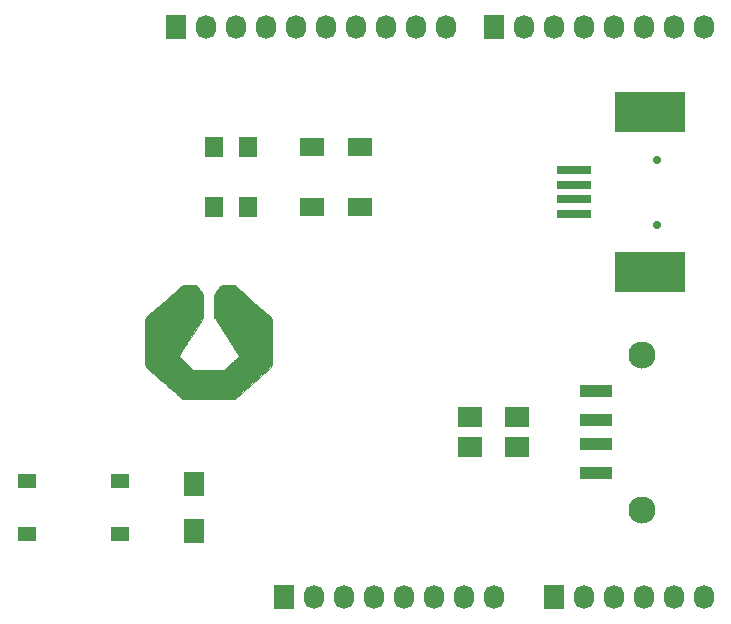
<source format=gts>
G04 #@! TF.FileFunction,Soldermask,Top*
%FSLAX45Y45*%
G04 Gerber Fmt 4.5, Leading zero omitted, Abs format (unit mm)*
G04 Created by KiCad (PCBNEW (2015-06-14 BZR 5747, Git dc9ebf3)-product) date 6/25/2015 00:27:05*
%MOMM*%
G01*
G04 APERTURE LIST*
%ADD10C,0.254000*%
%ADD11C,0.100000*%
%ADD12R,1.727200X2.032000*%
%ADD13O,1.727200X2.032000*%
%ADD14R,1.597660X1.800860*%
%ADD15R,3.000000X0.700000*%
%ADD16R,6.040000X3.400000*%
%ADD17C,0.700000*%
%ADD18R,2.000000X1.700000*%
%ADD19R,2.000000X1.600000*%
%ADD20R,1.700000X2.000000*%
%ADD21R,1.550000X1.300000*%
%ADD22R,2.800000X1.000000*%
%ADD23C,2.300000*%
G04 APERTURE END LIST*
D10*
D11*
G36*
X6760113Y-9460177D02*
X6755852Y-9469733D01*
X6751590Y-9479289D01*
X6603663Y-9613402D01*
X6455736Y-9747515D01*
X6446657Y-9751084D01*
X6437577Y-9754654D01*
X6225646Y-9754621D01*
X6013715Y-9754587D01*
X6005112Y-9751245D01*
X6002239Y-9750108D01*
X5999670Y-9749050D01*
X5997585Y-9748151D01*
X5996166Y-9747486D01*
X5995634Y-9747180D01*
X5995180Y-9746779D01*
X5993962Y-9745700D01*
X5992008Y-9743966D01*
X5989345Y-9741601D01*
X5986001Y-9738630D01*
X5982004Y-9735078D01*
X5977379Y-9730969D01*
X5972156Y-9726326D01*
X5966361Y-9721175D01*
X5960022Y-9715539D01*
X5953166Y-9709444D01*
X5945820Y-9702913D01*
X5938012Y-9695970D01*
X5929770Y-9688641D01*
X5921120Y-9680949D01*
X5912089Y-9672919D01*
X5902707Y-9664575D01*
X5892999Y-9655942D01*
X5882993Y-9647043D01*
X5872716Y-9637903D01*
X5862197Y-9628547D01*
X5851462Y-9618999D01*
X5844693Y-9612979D01*
X5694627Y-9479501D01*
X5690261Y-9469843D01*
X5685896Y-9460185D01*
X5685922Y-9269946D01*
X5685947Y-9079706D01*
X5690287Y-9070128D01*
X5694627Y-9060550D01*
X5845517Y-8927315D01*
X5996406Y-8794080D01*
X6005290Y-8790711D01*
X6014173Y-8787342D01*
X6062627Y-8787360D01*
X6111081Y-8787378D01*
X6122444Y-8793875D01*
X6133807Y-8800373D01*
X6153225Y-8832883D01*
X6172643Y-8865394D01*
X6174538Y-8872116D01*
X6176433Y-8878838D01*
X6176426Y-8967895D01*
X6176418Y-9056952D01*
X6174373Y-9063831D01*
X6172329Y-9070710D01*
X6073406Y-9227873D01*
X6065957Y-9239707D01*
X6058647Y-9251321D01*
X6051495Y-9262683D01*
X6044523Y-9273760D01*
X6037750Y-9284520D01*
X6031197Y-9294930D01*
X6024885Y-9304957D01*
X6018835Y-9314569D01*
X6013066Y-9323733D01*
X6007600Y-9332417D01*
X6002457Y-9340588D01*
X5997657Y-9348213D01*
X5993221Y-9355259D01*
X5989170Y-9361695D01*
X5985523Y-9367487D01*
X5982303Y-9372603D01*
X5979528Y-9377010D01*
X5977220Y-9380676D01*
X5975399Y-9383568D01*
X5974086Y-9385654D01*
X5973300Y-9386900D01*
X5973073Y-9387261D01*
X5971662Y-9389487D01*
X6032037Y-9446660D01*
X6092411Y-9503833D01*
X6225912Y-9503833D01*
X6359414Y-9503833D01*
X6417281Y-9449008D01*
X6423928Y-9442709D01*
X6430390Y-9436586D01*
X6436622Y-9430679D01*
X6442581Y-9425031D01*
X6448221Y-9419683D01*
X6453499Y-9414678D01*
X6458371Y-9410057D01*
X6462792Y-9405863D01*
X6466718Y-9402137D01*
X6470105Y-9398921D01*
X6472910Y-9396257D01*
X6475087Y-9394187D01*
X6476592Y-9392752D01*
X6477383Y-9391995D01*
X6477450Y-9391930D01*
X6479752Y-9389678D01*
X6376760Y-9230238D01*
X6273768Y-9070799D01*
X6271667Y-9063777D01*
X6269567Y-9056756D01*
X6269567Y-8967860D01*
X6269567Y-8878965D01*
X6271856Y-8871599D01*
X6274145Y-8864232D01*
X6295782Y-8832564D01*
X6299348Y-8827350D01*
X6302759Y-8822371D01*
X6305967Y-8817699D01*
X6308921Y-8813407D01*
X6311571Y-8809567D01*
X6313868Y-8806251D01*
X6315761Y-8803531D01*
X6317200Y-8801480D01*
X6318135Y-8800170D01*
X6318496Y-8799694D01*
X6319268Y-8799104D01*
X6320830Y-8798118D01*
X6323030Y-8796826D01*
X6325718Y-8795315D01*
X6328741Y-8793674D01*
X6330156Y-8792923D01*
X6340740Y-8787352D01*
X6389158Y-8787351D01*
X6437577Y-8787350D01*
X6446678Y-8790918D01*
X6455780Y-8794485D01*
X6603576Y-8927506D01*
X6751373Y-9060527D01*
X6755721Y-9070116D01*
X6760069Y-9079706D01*
X6760091Y-9269942D01*
X6760113Y-9460177D01*
X6760113Y-9460177D01*
X6760113Y-9460177D01*
G37*
X6760113Y-9460177D02*
X6755852Y-9469733D01*
X6751590Y-9479289D01*
X6603663Y-9613402D01*
X6455736Y-9747515D01*
X6446657Y-9751084D01*
X6437577Y-9754654D01*
X6225646Y-9754621D01*
X6013715Y-9754587D01*
X6005112Y-9751245D01*
X6002239Y-9750108D01*
X5999670Y-9749050D01*
X5997585Y-9748151D01*
X5996166Y-9747486D01*
X5995634Y-9747180D01*
X5995180Y-9746779D01*
X5993962Y-9745700D01*
X5992008Y-9743966D01*
X5989345Y-9741601D01*
X5986001Y-9738630D01*
X5982004Y-9735078D01*
X5977379Y-9730969D01*
X5972156Y-9726326D01*
X5966361Y-9721175D01*
X5960022Y-9715539D01*
X5953166Y-9709444D01*
X5945820Y-9702913D01*
X5938012Y-9695970D01*
X5929770Y-9688641D01*
X5921120Y-9680949D01*
X5912089Y-9672919D01*
X5902707Y-9664575D01*
X5892999Y-9655942D01*
X5882993Y-9647043D01*
X5872716Y-9637903D01*
X5862197Y-9628547D01*
X5851462Y-9618999D01*
X5844693Y-9612979D01*
X5694627Y-9479501D01*
X5690261Y-9469843D01*
X5685896Y-9460185D01*
X5685922Y-9269946D01*
X5685947Y-9079706D01*
X5690287Y-9070128D01*
X5694627Y-9060550D01*
X5845517Y-8927315D01*
X5996406Y-8794080D01*
X6005290Y-8790711D01*
X6014173Y-8787342D01*
X6062627Y-8787360D01*
X6111081Y-8787378D01*
X6122444Y-8793875D01*
X6133807Y-8800373D01*
X6153225Y-8832883D01*
X6172643Y-8865394D01*
X6174538Y-8872116D01*
X6176433Y-8878838D01*
X6176426Y-8967895D01*
X6176418Y-9056952D01*
X6174373Y-9063831D01*
X6172329Y-9070710D01*
X6073406Y-9227873D01*
X6065957Y-9239707D01*
X6058647Y-9251321D01*
X6051495Y-9262683D01*
X6044523Y-9273760D01*
X6037750Y-9284520D01*
X6031197Y-9294930D01*
X6024885Y-9304957D01*
X6018835Y-9314569D01*
X6013066Y-9323733D01*
X6007600Y-9332417D01*
X6002457Y-9340588D01*
X5997657Y-9348213D01*
X5993221Y-9355259D01*
X5989170Y-9361695D01*
X5985523Y-9367487D01*
X5982303Y-9372603D01*
X5979528Y-9377010D01*
X5977220Y-9380676D01*
X5975399Y-9383568D01*
X5974086Y-9385654D01*
X5973300Y-9386900D01*
X5973073Y-9387261D01*
X5971662Y-9389487D01*
X6032037Y-9446660D01*
X6092411Y-9503833D01*
X6225912Y-9503833D01*
X6359414Y-9503833D01*
X6417281Y-9449008D01*
X6423928Y-9442709D01*
X6430390Y-9436586D01*
X6436622Y-9430679D01*
X6442581Y-9425031D01*
X6448221Y-9419683D01*
X6453499Y-9414678D01*
X6458371Y-9410057D01*
X6462792Y-9405863D01*
X6466718Y-9402137D01*
X6470105Y-9398921D01*
X6472910Y-9396257D01*
X6475087Y-9394187D01*
X6476592Y-9392752D01*
X6477383Y-9391995D01*
X6477450Y-9391930D01*
X6479752Y-9389678D01*
X6376760Y-9230238D01*
X6273768Y-9070799D01*
X6271667Y-9063777D01*
X6269567Y-9056756D01*
X6269567Y-8967860D01*
X6269567Y-8878965D01*
X6271856Y-8871599D01*
X6274145Y-8864232D01*
X6295782Y-8832564D01*
X6299348Y-8827350D01*
X6302759Y-8822371D01*
X6305967Y-8817699D01*
X6308921Y-8813407D01*
X6311571Y-8809567D01*
X6313868Y-8806251D01*
X6315761Y-8803531D01*
X6317200Y-8801480D01*
X6318135Y-8800170D01*
X6318496Y-8799694D01*
X6319268Y-8799104D01*
X6320830Y-8798118D01*
X6323030Y-8796826D01*
X6325718Y-8795315D01*
X6328741Y-8793674D01*
X6330156Y-8792923D01*
X6340740Y-8787352D01*
X6389158Y-8787351D01*
X6437577Y-8787350D01*
X6446678Y-8790918D01*
X6455780Y-8794485D01*
X6603576Y-8927506D01*
X6751373Y-9060527D01*
X6755721Y-9070116D01*
X6760069Y-9079706D01*
X6760091Y-9269942D01*
X6760113Y-9460177D01*
X6760113Y-9460177D01*
D12*
X9144000Y-11430000D03*
D13*
X9398000Y-11430000D03*
X9652000Y-11430000D03*
X9906000Y-11430000D03*
X10160000Y-11430000D03*
X10414000Y-11430000D03*
D14*
X6555486Y-7620000D03*
X6271514Y-7620000D03*
X6555486Y-8128000D03*
X6271514Y-8128000D03*
D15*
X9320300Y-7814000D03*
X9320300Y-8063000D03*
X9320300Y-8188000D03*
X9320300Y-7939000D03*
D16*
X9962300Y-7322000D03*
X9962300Y-8680000D03*
D17*
X10020300Y-7726000D03*
X10020300Y-8276000D03*
D12*
X5943600Y-6604000D03*
D13*
X6197600Y-6604000D03*
X6451600Y-6604000D03*
X6705600Y-6604000D03*
X6959600Y-6604000D03*
X7213600Y-6604000D03*
X7467600Y-6604000D03*
X7721600Y-6604000D03*
X7975600Y-6604000D03*
X8229600Y-6604000D03*
D12*
X6858000Y-11430000D03*
D13*
X7112000Y-11430000D03*
X7366000Y-11430000D03*
X7620000Y-11430000D03*
X7874000Y-11430000D03*
X8128000Y-11430000D03*
X8382000Y-11430000D03*
X8636000Y-11430000D03*
D12*
X8636000Y-6604000D03*
D13*
X8890000Y-6604000D03*
X9144000Y-6604000D03*
X9398000Y-6604000D03*
X9652000Y-6604000D03*
X9906000Y-6604000D03*
X10160000Y-6604000D03*
X10414000Y-6604000D03*
D18*
X8436000Y-9906000D03*
X8836000Y-9906000D03*
X8436000Y-10160000D03*
X8836000Y-10160000D03*
D19*
X7502500Y-7620000D03*
X7102500Y-7620000D03*
X7502500Y-8128000D03*
X7102500Y-8128000D03*
D20*
X6096000Y-10468000D03*
X6096000Y-10868000D03*
D21*
X4682500Y-10443000D03*
X5477500Y-10443000D03*
X4682500Y-10893000D03*
X5477500Y-10893000D03*
D22*
X9500760Y-10383000D03*
X9500760Y-10133000D03*
X9500760Y-9933000D03*
X9500760Y-9683000D03*
D23*
X9890760Y-10690000D03*
X9890760Y-9376000D03*
M02*

</source>
